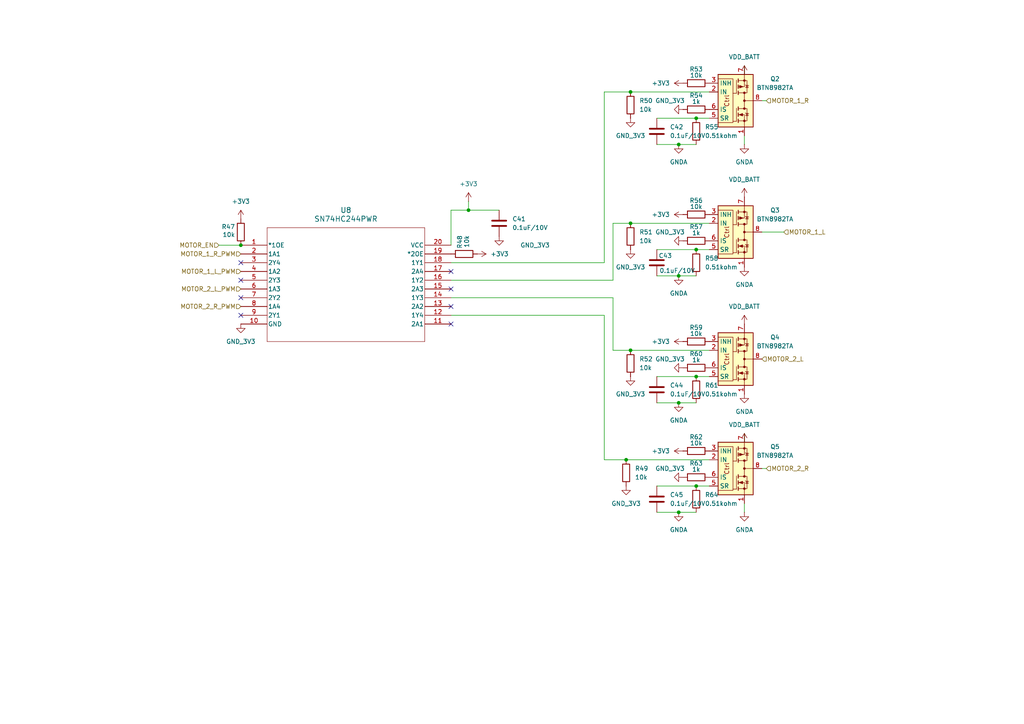
<source format=kicad_sch>
(kicad_sch (version 20231120) (generator "eeschema") (generator_version "8.0")
  (paper "A4")
  (lib_symbols
    (symbol "Device:C" (pin_numbers hide) (pin_names (offset 0.254))
      (property "Reference" "C" (at 0.635 2.54 0))
      (property "Value" "C" (at 0.635 -2.54 0))
      (symbol "C_0_1"
        (polyline (pts (xy -2.032 -0.762) (xy 2.032 -0.762)) (stroke (width 0.508)))
        (polyline (pts (xy -2.032 0.762) (xy 2.032 0.762)) (stroke (width 0.508)))
      )
      (symbol "C_1_1"
        (pin passive line (at 0 3.81 270) (length 2.794) (name "~") (number "1"))
        (pin passive line (at 0 -3.81 90) (length 2.794) (name "~") (number "2"))
      )
    )
    (symbol "Device:R" (pin_numbers hide) (pin_names (offset 0))
      (property "Reference" "R" (at 2.032 0 90))
      (property "Value" "R" (at 0 0 90))
      (symbol "R_0_1"
        (rectangle (start -1.016 -2.54) (end 1.016 2.54) (stroke (width 0.254)))
      )
      (symbol "R_1_1"
        (pin passive line (at 0 3.81 270) (length 1.27) (name "~") (number "1"))
        (pin passive line (at 0 -3.81 90) (length 1.27) (name "~") (number "2"))
      )
    )
    (symbol "Power_Management:BTN8982TA"
      (property "Reference" "Q" (at 6.35 5.715 0))
      (property "Value" "BTN8982TA" (at 6.35 3.81 0))
      (symbol "BTN8982TA_0_1"
        (rectangle (start -5.08 7.62) (end 5.08 -7.62) (stroke (width 0.254)) (fill (type background)))
        (polyline (pts (xy 0.254 -5.969) (xy -0.762 -5.969)))
        (polyline (pts (xy 0.254 2.159) (xy -0.762 2.159)))
        (polyline (pts (xy 2.54 0) (xy 5.08 0)))
        (polyline (pts (xy 2.54 2.286) (xy 2.54 -2.286)))
        (polyline (pts (xy 2.54 -5.842) (xy 2.54 -7.62) (xy 2.54 -6.858)))
        (polyline (pts (xy -5.08 6.35) (xy -0.762 6.35) (xy -0.762 -6.35) (xy -5.08 -6.35)))
      )
      (symbol "BTN8982TA_1_0"
        (text "Ctrl" (at -2.54 0 900) (effects (font (size 1.27 1.27))))
      )
      (symbol "BTN8982TA_1_1"
        (polyline (pts (xy 0.762 -5.842) (xy 2.54 -5.842)))
        (polyline (pts (xy 0.762 -5.334) (xy 0.762 -6.35)) (stroke (width 0.254)))
        (polyline (pts (xy 0.762 -4.064) (xy 2.54 -4.064)))
        (polyline (pts (xy 0.762 -3.556) (xy 0.762 -4.572)) (stroke (width 0.254)))
        (polyline (pts (xy 0.762 -2.286) (xy 2.54 -2.286)))
        (polyline (pts (xy 0.762 -1.778) (xy 0.762 -2.794)) (stroke (width 0.254)))
        (polyline (pts (xy 0.762 2.286) (xy 2.54 2.286)))
        (polyline (pts (xy 0.762 2.794) (xy 0.762 1.778)) (stroke (width 0.254)))
        (polyline (pts (xy 0.762 4.064) (xy 2.54 4.064)))
        (polyline (pts (xy 0.762 4.572) (xy 0.762 3.556)) (stroke (width 0.254)))
        (polyline (pts (xy 0.762 5.842) (xy 2.54 5.842)))
        (polyline (pts (xy 0.762 6.35) (xy 0.762 5.334)) (stroke (width 0.254)))
        (polyline (pts (xy 2.54 -5.842) (xy 2.54 -4.064)))
        (polyline (pts (xy 2.54 4.064) (xy 2.54 5.842)))
        (polyline (pts (xy 2.54 7.62) (xy 2.54 5.842)))
        (polyline (pts (xy 0.254 -2.159) (xy 0.254 -5.969) (xy 0.254 -5.969)))
        (polyline (pts (xy 0.254 5.969) (xy 0.254 2.159) (xy 0.254 2.159)))
        (polyline (pts (xy 1.016 -4.064) (xy 2.032 -3.683) (xy 2.032 -4.445) (xy 1.016 -4.064)) (fill (type outline)))
        (polyline (pts (xy 2.159 4.064) (xy 1.143 3.683) (xy 1.143 4.445) (xy 2.159 4.064)) (fill (type outline)))
        (polyline (pts (xy 2.54 -5.842) (xy 3.302 -5.842) (xy 3.302 -2.286) (xy 2.54 -2.286)))
        (polyline (pts (xy 2.54 2.286) (xy 3.302 2.286) (xy 3.302 5.842) (xy 2.54 5.842)))
        (polyline (pts (xy 2.794 -3.556) (xy 2.921 -3.683) (xy 3.683 -3.683) (xy 3.81 -3.81)))
        (polyline (pts (xy 2.794 4.572) (xy 2.921 4.445) (xy 3.683 4.445) (xy 3.81 4.318)))
        (polyline (pts (xy 3.302 -3.683) (xy 2.921 -4.318) (xy 3.683 -4.318) (xy 3.302 -3.683)))
        (polyline (pts (xy 3.302 4.445) (xy 2.921 3.81) (xy 3.683 3.81) (xy 3.302 4.445)))
        (circle (center 2.54 -5.842) (radius 0.2794) (fill (type outline)))
        (circle (center 2.54 -2.286) (radius 0.2794) (fill (type outline)))
        (circle (center 2.54 0) (radius 0.2794) (fill (type outline)))
        (circle (center 2.54 2.286) (radius 0.2794) (fill (type outline)))
        (circle (center 2.54 5.842) (radius 0.2794) (fill (type outline)))
        (pin power_in line (at 2.54 -10.16 90) (length 2.54) (name "~") (number "1"))
        (pin input line (at -7.62 2.54 0) (length 2.54) (name "IN") (number "2"))
        (pin input line (at -7.62 5.08 0) (length 2.54) (name "INH") (number "3"))
        (pin passive line (at 7.62 0 180) (length 2.54) hide (name "~") (number "4"))
        (pin input line (at -7.62 -5.08 0) (length 2.54) (name "SR") (number "5"))
        (pin output line (at -7.62 -2.54 0) (length 2.54) (name "IS") (number "6"))
        (pin power_in line (at 2.54 10.16 270) (length 2.54) (name "~") (number "7"))
        (pin passive line (at 7.62 0 180) (length 2.54) (name "~") (number "8"))
      )
    )
    (symbol "SN74HC244PWR:SN74HC244PWR" (pin_names (offset 0.254))
      (property "Reference" "U" (at 30.48 10.16 0))
      (property "Value" "SN74HC244PWR" (at 30.48 7.62 0))
      (symbol "SN74HC244PWR_0_1"
        (polyline (pts (xy 7.62 -27.94) (xy 53.34 -27.94)) (stroke (width 0.127)))
        (polyline (pts (xy 7.62 5.08) (xy 7.62 -27.94)) (stroke (width 0.127)))
        (polyline (pts (xy 53.34 -27.94) (xy 53.34 5.08)) (stroke (width 0.127)))
        (polyline (pts (xy 53.34 5.08) (xy 7.62 5.08)) (stroke (width 0.127)))
        (pin input line (at 0 0 0) (length 7.62) (name "*1OE") (number "1"))
        (pin power_in line (at 0 -22.86 0) (length 7.62) (name "GND") (number "10"))
        (pin input line (at 60.96 -22.86 180) (length 7.62) (name "2A1") (number "11"))
        (pin output line (at 60.96 -20.32 180) (length 7.62) (name "1Y4") (number "12"))
        (pin input line (at 60.96 -17.78 180) (length 7.62) (name "2A2") (number "13"))
        (pin output line (at 60.96 -15.24 180) (length 7.62) (name "1Y3") (number "14"))
        (pin input line (at 60.96 -12.7 180) (length 7.62) (name "2A3") (number "15"))
        (pin output line (at 60.96 -10.16 180) (length 7.62) (name "1Y2") (number "16"))
        (pin input line (at 60.96 -7.62 180) (length 7.62) (name "2A4") (number "17"))
        (pin output line (at 60.96 -5.08 180) (length 7.62) (name "1Y1") (number "18"))
        (pin input line (at 60.96 -2.54 180) (length 7.62) (name "*2OE") (number "19"))
        (pin input line (at 0 -2.54 0) (length 7.62) (name "1A1") (number "2"))
        (pin power_in line (at 60.96 0 180) (length 7.62) (name "VCC") (number "20"))
        (pin output line (at 0 -5.08 0) (length 7.62) (name "2Y4") (number "3"))
        (pin input line (at 0 -7.62 0) (length 7.62) (name "1A2") (number "4"))
        (pin output line (at 0 -10.16 0) (length 7.62) (name "2Y3") (number "5"))
        (pin input line (at 0 -12.7 0) (length 7.62) (name "1A3") (number "6"))
        (pin output line (at 0 -15.24 0) (length 7.62) (name "2Y2") (number "7"))
        (pin input line (at 0 -17.78 0) (length 7.62) (name "1A4") (number "8"))
        (pin output line (at 0 -20.32 0) (length 7.62) (name "2Y1") (number "9"))
      )
    )
    (symbol "power:+3V3" (power) (pin_numbers hide) (pin_names (offset 0) hide)
      (property "Value" "+3V3" (at 0 3.556 0))
      (symbol "+3V3_0_1"
        (polyline (pts (xy -0.762 1.27) (xy 0 2.54)))
        (polyline (pts (xy 0 0) (xy 0 2.54)))
        (polyline (pts (xy 0 2.54) (xy 0.762 1.27)))
      )
      (symbol "+3V3_1_1"
        (pin power_in line (at 0 0 90) (length 0) (name "~") (number "1"))
      )
    )
    (symbol "power:GND" (power) (pin_numbers hide) (pin_names (offset 0) hide)
      (property "Value" "GND" (at 0 -3.81 0))
      (symbol "GND_0_1"
        (polyline (pts (xy 0 0) (xy 0 -1.27) (xy 1.27 -1.27) (xy 0 -2.54) (xy -1.27 -1.27) (xy 0 -1.27)))
      )
      (symbol "GND_1_1"
        (pin power_in line (at 0 0 270) (length 0) (name "~") (number "1"))
      )
    )
    (symbol "power:GNDA" (power) (pin_numbers hide) (pin_names (offset 0) hide)
      (property "Value" "GNDA" (at 0 -3.81 0))
      (symbol "GNDA_0_1"
        (polyline (pts (xy 0 0) (xy 0 -1.27) (xy 1.27 -1.27) (xy 0 -2.54) (xy -1.27 -1.27) (xy 0 -1.27)))
      )
      (symbol "GNDA_1_1"
        (pin power_in line (at 0 0 270) (length 0) (name "~") (number "1"))
      )
    )
  )
  (junction (at 196.85 41.91))
  (junction (at 182.88 64.77))
  (junction (at 181.61 133.35))
  (junction (at 135.89 60.96))
  (junction (at 69.85 71.12))
  (junction (at 196.85 116.84))
  (junction (at 182.88 26.67))
  (junction (at 201.93 140.97))
  (junction (at 182.88 101.6))
  (junction (at 196.85 80.01))
  (junction (at 201.93 72.39))
  (junction (at 196.85 148.59))
  (junction (at 201.93 34.29))
  (junction (at 201.93 109.22))
  (no_connect (at 69.85 76.2))
  (no_connect (at 130.81 78.74))
  (no_connect (at 69.85 86.36))
  (no_connect (at 69.85 91.44))
  (no_connect (at 130.81 93.98))
  (no_connect (at 130.81 88.9))
  (no_connect (at 69.85 81.28))
  (no_connect (at 130.81 83.82))
  (wire (pts (xy 182.88 101.6) (xy 205.74 101.6)))
  (wire (pts (xy 215.9 125.73) (xy 215.9 128.27)))
  (wire (pts (xy 190.5 80.01) (xy 196.85 80.01)))
  (wire (pts (xy 222.25 135.89) (xy 220.98 135.89)))
  (wire (pts (xy 175.26 133.35) (xy 181.61 133.35)))
  (wire (pts (xy 181.61 133.35) (xy 205.74 133.35)))
  (wire (pts (xy 175.26 26.67) (xy 182.88 26.67)))
  (wire (pts (xy 190.5 116.84) (xy 196.85 116.84)))
  (wire (pts (xy 190.5 41.91) (xy 196.85 41.91)))
  (wire (pts (xy 196.85 116.84) (xy 201.93 116.84)))
  (wire (pts (xy 196.85 41.91) (xy 201.93 41.91)))
  (wire (pts (xy 130.81 76.2) (xy 175.26 76.2)))
  (wire (pts (xy 135.89 60.96) (xy 130.81 60.96)))
  (wire (pts (xy 215.9 39.37) (xy 215.9 41.91)))
  (wire (pts (xy 130.81 86.36) (xy 177.8 86.36)))
  (wire (pts (xy 175.26 91.44) (xy 175.26 133.35)))
  (wire (pts (xy 201.93 109.22) (xy 205.74 109.22)))
  (wire (pts (xy 196.85 148.59) (xy 201.93 148.59)))
  (wire (pts (xy 135.89 58.42) (xy 135.89 60.96)))
  (wire (pts (xy 177.8 86.36) (xy 177.8 101.6)))
  (wire (pts (xy 130.81 60.96) (xy 130.81 71.12)))
  (wire (pts (xy 215.9 19.05) (xy 215.9 21.59)))
  (wire (pts (xy 196.85 80.01) (xy 201.93 80.01)))
  (wire (pts (xy 190.5 34.29) (xy 201.93 34.29)))
  (wire (pts (xy 190.5 109.22) (xy 201.93 109.22)))
  (wire (pts (xy 175.26 76.2) (xy 175.26 26.67)))
  (wire (pts (xy 201.93 72.39) (xy 205.74 72.39)))
  (wire (pts (xy 182.88 26.67) (xy 205.74 26.67)))
  (wire (pts (xy 177.8 64.77) (xy 177.8 81.28)))
  (wire (pts (xy 201.93 34.29) (xy 205.74 34.29)))
  (wire (pts (xy 201.93 140.97) (xy 205.74 140.97)))
  (wire (pts (xy 177.8 64.77) (xy 182.88 64.77)))
  (wire (pts (xy 222.25 29.21) (xy 220.98 29.21)))
  (wire (pts (xy 130.81 81.28) (xy 177.8 81.28)))
  (wire (pts (xy 190.5 72.39) (xy 201.93 72.39)))
  (wire (pts (xy 227.33 67.31) (xy 220.98 67.31)))
  (wire (pts (xy 144.78 60.96) (xy 135.89 60.96)))
  (wire (pts (xy 190.5 140.97) (xy 201.93 140.97)))
  (wire (pts (xy 63.5 71.12) (xy 69.85 71.12)))
  (wire (pts (xy 190.5 148.59) (xy 196.85 148.59)))
  (wire (pts (xy 182.88 64.77) (xy 205.74 64.77)))
  (wire (pts (xy 215.9 146.05) (xy 215.9 148.59)))
  (wire (pts (xy 177.8 101.6) (xy 182.88 101.6)))
  (wire (pts (xy 130.81 91.44) (xy 175.26 91.44)))
  (hierarchical_label "MOTOR_2_R_PWM" (shape input) (at 69.85 88.9 180))
  (hierarchical_label "MOTOR_EN" (shape input) (at 63.5 71.12 180))
  (hierarchical_label "MOTOR_2_R" (shape input) (at 222.25 135.89 0))
  (hierarchical_label "MOTOR_1_R_PWM" (shape input) (at 69.85 73.66 180))
  (hierarchical_label "MOTOR_1_R" (shape input) (at 222.25 29.21 0))
  (hierarchical_label "MOTOR_2_L_PWM" (shape input) (at 69.85 83.82 180))
  (hierarchical_label "MOTOR_2_L" (shape input) (at 220.98 104.14 0))
  (hierarchical_label "MOTOR_1_L" (shape input) (at 227.33 67.31 0))
  (hierarchical_label "MOTOR_1_L_PWM" (shape input) (at 69.85 78.74 180))
  (symbol (lib_id "Device:R") (at 181.61 137.16 180) (unit 1)
    (property "Reference" "R49" (at 184.15 135.8899 0) (effects (justify right)))
    (property "Value" "10k" (at 184.15 138.4299 0) (effects (justify right)))
    (property "Footprint" "Resistor_SMD:R_0603_1608Metric" (effects (hide yes)))
    (property "Description" "Resistor" (effects (hide yes)))
    (property "MANUF_PN" "RC0603FR-0710KL" (effects (hide yes)))
  )
  (symbol (lib_id "power:+3V3") (at 198.12 130.81 90) (unit 1)
    (property "Reference" "#PWR0138" (effects (hide yes)))
    (property "Value" "+3V3" (at 194.31 130.8099 90) (effects (justify left)))
    (property "Description" "Power symbol creates a global label with name \"+3V3\"" (effects (hide yes)))
  )
  (symbol (lib_id "power:GND") (at 181.61 140.97 0) (unit 1)
    (property "Reference" "#PWR0124" (effects (hide yes)))
    (property "Value" "GND_3V3" (at 181.61 146.05 0))
    (property "Description" "Power symbol creates a global label with name \"GND\" , ground" (effects (hide yes)))
  )
  (symbol (lib_id "power:GND") (at 182.88 109.22 0) (unit 1)
    (property "Reference" "#PWR0127" (effects (hide yes)))
    (property "Value" "GND_3V3" (at 182.88 114.3 0))
    (property "Description" "Power symbol creates a global label with name \"GND\" , ground" (effects (hide yes)))
  )
  (symbol (lib_id "Device:R") (at 201.93 106.68 270) (unit 1)
    (property "Reference" "R60" (at 201.93 102.616 90))
    (property "Value" "1k" (at 201.93 104.394 90))
    (property "Footprint" "Resistor_SMD:R_0603_1608Metric" (effects (hide yes)))
    (property "Description" "Resistor" (effects (hide yes)))
    (property "MANUF_PN" "RMCF0603FT1K00" (effects (hide yes)))
  )
  (symbol (lib_id "power:GNDA") (at 215.9 114.3 0) (unit 1)
    (property "Reference" "#PWR0145" (effects (hide yes)))
    (property "Value" "GNDA" (at 215.9 119.38 0))
    (property "Description" "Power symbol creates a global label with name \"GNDA\" , analog ground" (effects (hide yes)))
  )
  (symbol (lib_id "Device:R") (at 69.85 67.31 180) (unit 1)
    (property "Reference" "R47" (at 64.262 65.786 0) (effects (justify right)))
    (property "Value" "10k" (at 64.516 68.072 0) (effects (justify right)))
    (property "Footprint" "Resistor_SMD:R_0603_1608Metric" (effects (hide yes)))
    (property "Description" "Resistor" (effects (hide yes)))
    (property "MANUF_PN" "RC0603FR-0710KL" (effects (hide yes)))
  )
  (symbol (lib_id "power:GNDA") (at 215.9 41.91 0) (unit 1)
    (property "Reference" "#PWR0141" (effects (hide yes)))
    (property "Value" "GNDA" (at 215.9 46.99 0))
    (property "Description" "Power symbol creates a global label with name \"GNDA\" , analog ground" (effects (hide yes)))
  )
  (symbol (lib_id "power:+3V3") (at 215.9 93.98 0) (unit 1)
    (property "Reference" "#PWR0144" (effects (hide yes)))
    (property "Value" "VDD_BATT" (at 215.9 88.9 0))
    (property "Description" "Power symbol creates a global label with name \"+3V3\"" (effects (hide yes)))
  )
  (symbol (lib_id "Device:C") (at 144.78 64.77 0) (unit 1)
    (property "Reference" "C41" (at 148.59 63.4999 0) (effects (justify left)))
    (property "Value" "0.1uF/10V" (at 148.59 66.0399 0) (effects (justify left)))
    (property "Footprint" "Capacitor_SMD:C_0603_1608Metric" (effects (hide yes)))
    (property "Description" "Unpolarized capacitor" (effects (hide yes)))
    (property "MANUF_PN" "C0603C104K5RAC7411" (effects (hide yes)))
  )
  (symbol (lib_id "Device:R") (at 201.93 144.78 0) (unit 1)
    (property "Reference" "R64" (at 204.47 143.5099 0) (effects (justify left)))
    (property "Value" "0.51kohm" (at 204.47 146.0499 0) (effects (justify left)))
    (property "Footprint" "Resistor_SMD:R_0603_1608Metric" (effects (hide yes)))
    (property "Description" "Resistor" (effects (hide yes)))
    (property "MANUF_PN" "RMCF0603FT510R" (effects (hide yes)))
  )
  (symbol (lib_id "Device:R") (at 182.88 105.41 180) (unit 1)
    (property "Reference" "R52" (at 185.42 104.1399 0) (effects (justify right)))
    (property "Value" "10k" (at 185.42 106.6799 0) (effects (justify right)))
    (property "Footprint" "Resistor_SMD:R_0603_1608Metric" (effects (hide yes)))
    (property "Description" "Resistor" (effects (hide yes)))
    (property "MANUF_PN" "RC0603FR-0710KL" (effects (hide yes)))
  )
  (symbol (lib_id "Device:C") (at 190.5 76.2 0) (unit 1)
    (property "Reference" "C43" (at 191.008 74.168 0) (effects (justify left)))
    (property "Value" "0.1uF/10V" (at 191.262 78.486 0) (effects (justify left)))
    (property "Footprint" "Capacitor_SMD:C_0603_1608Metric" (effects (hide yes)))
    (property "Description" "Unpolarized capacitor" (effects (hide yes)))
    (property "MANUF_PN" "C0603C104K5RAC7411" (effects (hide yes)))
  )
  (symbol (lib_id "Device:R") (at 201.93 76.2 0) (unit 1)
    (property "Reference" "R58" (at 204.47 74.9299 0) (effects (justify left)))
    (property "Value" "0.51kohm" (at 204.47 77.4699 0) (effects (justify left)))
    (property "Footprint" "Resistor_SMD:R_0603_1608Metric" (effects (hide yes)))
    (property "Description" "Resistor" (effects (hide yes)))
    (property "MANUF_PN" "RMCF0603FT510R" (effects (hide yes)))
  )
  (symbol (lib_id "power:+3V3") (at 135.89 58.42 0) (unit 1)
    (property "Reference" "#PWR0121" (effects (hide yes)))
    (property "Value" "+3V3" (at 135.89 53.34 0))
    (property "Description" "Power symbol creates a global label with name \"+3V3\"" (effects (hide yes)))
  )
  (symbol (lib_id "Power_Management:BTN8982TA") (at 213.36 29.21 0) (unit 1)
    (property "Reference" "Q2" (at 224.79 22.8914 0))
    (property "Value" "BTN8982TA" (at 224.79 25.4314 0))
    (property "Footprint" "Package_TO_SOT_SMD:TO-263-7_TabPin8" (effects (hide yes)))
    (property "Datasheet" "https://www.infineon.com/dgdl/Infineon-BTN8982TA-DS-v01_00-EN.pdf?fileId=db3a30433fa9412f013fbe32289b7c17" (effects (hide yes)))
    (property "Description" "High Current PN Half Bridge, TO-263-7" (effects (hide yes)))
    (property "MANUF_PN" "BTN8982TAAUMA1" (effects (hide yes)))
  )
  (symbol (lib_id "power:+3V3") (at 198.12 99.06 90) (unit 1)
    (property "Reference" "#PWR0136" (effects (hide yes)))
    (property "Value" "+3V3" (at 194.31 99.0599 90) (effects (justify left)))
    (property "Description" "Power symbol creates a global label with name \"+3V3\"" (effects (hide yes)))
  )
  (symbol (lib_id "power:GNDA") (at 215.9 77.47 0) (unit 1)
    (property "Reference" "#PWR0143" (effects (hide yes)))
    (property "Value" "GNDA" (at 215.9 82.55 0))
    (property "Description" "Power symbol creates a global label with name \"GNDA\" , analog ground" (effects (hide yes)))
  )
  (symbol (lib_id "Device:R") (at 201.93 138.43 270) (unit 1)
    (property "Reference" "R63" (at 201.93 134.366 90))
    (property "Value" "1k" (at 201.93 136.144 90))
    (property "Footprint" "Resistor_SMD:R_0603_1608Metric" (effects (hide yes)))
    (property "Description" "Resistor" (effects (hide yes)))
    (property "MANUF_PN" "RMCF0603FT1K00" (effects (hide yes)))
  )
  (symbol (lib_id "Device:R") (at 201.93 130.81 270) (unit 1)
    (property "Reference" "R62" (at 201.93 126.746 90))
    (property "Value" "10k" (at 201.93 128.524 90))
    (property "Footprint" "Resistor_SMD:R_0603_1608Metric" (effects (hide yes)))
    (property "Description" "Resistor" (effects (hide yes)))
    (property "MANUF_PN" "RC0603FR-0710KL" (effects (hide yes)))
  )
  (symbol (lib_id "power:GNDA") (at 196.85 116.84 0) (unit 1)
    (property "Reference" "#PWR0130" (effects (hide yes)))
    (property "Value" "GNDA" (at 196.85 121.92 0))
    (property "Description" "Power symbol creates a global label with name \"GNDA\" , analog ground" (effects (hide yes)))
  )
  (symbol (lib_id "power:+3V3") (at 138.43 73.66 270) (unit 1)
    (property "Reference" "#PWR0122" (effects (hide yes)))
    (property "Value" "+3V3" (at 142.24 73.6599 90) (effects (justify left)))
    (property "Description" "Power symbol creates a global label with name \"+3V3\"" (effects (hide yes)))
  )
  (symbol (lib_id "power:+3V3") (at 215.9 57.15 0) (unit 1)
    (property "Reference" "#PWR0142" (effects (hide yes)))
    (property "Value" "VDD_BATT" (at 215.9 52.07 0))
    (property "Description" "Power symbol creates a global label with name \"+3V3\"" (effects (hide yes)))
  )
  (symbol (lib_id "power:GNDA") (at 196.85 148.59 0) (unit 1)
    (property "Reference" "#PWR0131" (effects (hide yes)))
    (property "Value" "GNDA" (at 196.85 153.67 0))
    (property "Description" "Power symbol creates a global label with name \"GNDA\" , analog ground" (effects (hide yes)))
  )
  (symbol (lib_id "power:GNDA") (at 215.9 148.59 0) (unit 1)
    (property "Reference" "#PWR0147" (effects (hide yes)))
    (property "Value" "GNDA" (at 215.9 153.67 0))
    (property "Description" "Power symbol creates a global label with name \"GNDA\" , analog ground" (effects (hide yes)))
  )
  (symbol (lib_id "Power_Management:BTN8982TA") (at 213.36 104.14 0) (unit 1)
    (property "Reference" "Q4" (at 224.79 97.8214 0))
    (property "Value" "BTN8982TA" (at 224.79 100.3614 0))
    (property "Footprint" "Package_TO_SOT_SMD:TO-263-7_TabPin8" (effects (hide yes)))
    (property "Datasheet" "https://www.infineon.com/dgdl/Infineon-BTN8982TA-DS-v01_00-EN.pdf?fileId=db3a30433fa9412f013fbe32289b7c17" (effects (hide yes)))
    (property "Description" "High Current PN Half Bridge, TO-263-7" (effects (hide yes)))
    (property "MANUF_PN" "BTN8982TAAUMA1" (effects (hide yes)))
  )
  (symbol (lib_id "power:GND") (at 144.78 68.58 0) (unit 1)
    (property "Reference" "#PWR0123" (effects (hide yes)))
    (property "Value" "GND_3V3" (at 155.194 71.12 0))
    (property "Description" "Power symbol creates a global label with name \"GND\" , ground" (effects (hide yes)))
  )
  (symbol (lib_id "Power_Management:BTN8982TA") (at 213.36 67.31 0) (unit 1)
    (property "Reference" "Q3" (at 224.79 60.9914 0))
    (property "Value" "BTN8982TA" (at 224.79 63.5314 0))
    (property "Footprint" "Package_TO_SOT_SMD:TO-263-7_TabPin8" (effects (hide yes)))
    (property "Datasheet" "https://www.infineon.com/dgdl/Infineon-BTN8982TA-DS-v01_00-EN.pdf?fileId=db3a30433fa9412f013fbe32289b7c17" (effects (hide yes)))
    (property "Description" "High Current PN Half Bridge, TO-263-7" (effects (hide yes)))
    (property "MANUF_PN" "BTN8982TAAUMA1" (effects (hide yes)))
  )
  (symbol (lib_id "power:+3V3") (at 198.12 24.13 90) (unit 1)
    (property "Reference" "#PWR0132" (effects (hide yes)))
    (property "Value" "+3V3" (at 194.31 24.1299 90) (effects (justify left)))
    (property "Description" "Power symbol creates a global label with name \"+3V3\"" (effects (hide yes)))
  )
  (symbol (lib_id "Device:R") (at 201.93 69.85 270) (unit 1)
    (property "Reference" "R57" (at 201.93 65.786 90))
    (property "Value" "1k" (at 201.93 67.564 90))
    (property "Footprint" "Resistor_SMD:R_0603_1608Metric" (effects (hide yes)))
    (property "Description" "Resistor" (effects (hide yes)))
    (property "MANUF_PN" "RMCF0603FT1K00" (effects (hide yes)))
  )
  (symbol (lib_id "power:GNDA") (at 196.85 41.91 0) (unit 1)
    (property "Reference" "#PWR0128" (effects (hide yes)))
    (property "Value" "GNDA" (at 196.85 46.99 0))
    (property "Description" "Power symbol creates a global label with name \"GNDA\" , analog ground" (effects (hide yes)))
  )
  (symbol (lib_id "Power_Management:BTN8982TA") (at 213.36 135.89 0) (unit 1)
    (property "Reference" "Q5" (at 224.79 129.5714 0))
    (property "Value" "BTN8982TA" (at 224.79 132.1114 0))
    (property "Footprint" "Package_TO_SOT_SMD:TO-263-7_TabPin8" (effects (hide yes)))
    (property "Datasheet" "https://www.infineon.com/dgdl/Infineon-BTN8982TA-DS-v01_00-EN.pdf?fileId=db3a30433fa9412f013fbe32289b7c17" (effects (hide yes)))
    (property "Description" "High Current PN Half Bridge, TO-263-7" (effects (hide yes)))
    (property "MANUF_PN" "BTN8982TAAUMA1" (effects (hide yes)))
  )
  (symbol (lib_id "power:GND") (at 182.88 72.39 0) (unit 1)
    (property "Reference" "#PWR0126" (effects (hide yes)))
    (property "Value" "GND_3V3" (at 182.88 77.47 0))
    (property "Description" "Power symbol creates a global label with name \"GND\" , ground" (effects (hide yes)))
  )
  (symbol (lib_id "Device:R") (at 201.93 38.1 0) (unit 1)
    (property "Reference" "R55" (at 204.47 36.8299 0) (effects (justify left)))
    (property "Value" "0.51kohm" (at 204.47 39.3699 0) (effects (justify left)))
    (property "Footprint" "Resistor_SMD:R_0603_1608Metric" (effects (hide yes)))
    (property "Description" "Resistor" (effects (hide yes)))
    (property "MANUF_PN" "RMCF0603FT510R" (effects (hide yes)))
  )
  (symbol (lib_id "power:GND") (at 198.12 69.85 270) (unit 1)
    (property "Reference" "#PWR0135" (effects (hide yes)))
    (property "Value" "GND_3V3" (at 198.628 67.31 90) (effects (justify right)))
    (property "Description" "Power symbol creates a global label with name \"GND\" , ground" (effects (hide yes)))
  )
  (symbol (lib_id "power:+3V3") (at 69.85 63.5 0) (unit 1)
    (property "Reference" "#PWR0119" (effects (hide yes)))
    (property "Value" "+3V3" (at 69.85 58.42 0))
    (property "Description" "Power symbol creates a global label with name \"+3V3\"" (effects (hide yes)))
  )
  (symbol (lib_id "power:GND") (at 69.85 93.98 0) (unit 1)
    (property "Reference" "#PWR0120" (effects (hide yes)))
    (property "Value" "GND_3V3" (at 69.85 99.06 0))
    (property "Description" "Power symbol creates a global label with name \"GND\" , ground" (effects (hide yes)))
  )
  (symbol (lib_id "Device:R") (at 201.93 24.13 270) (unit 1)
    (property "Reference" "R53" (at 201.93 20.066 90))
    (property "Value" "10k" (at 201.93 21.844 90))
    (property "Footprint" "Resistor_SMD:R_0603_1608Metric" (effects (hide yes)))
    (property "Description" "Resistor" (effects (hide yes)))
    (property "MANUF_PN" "RC0603FR-0710KL" (effects (hide yes)))
  )
  (symbol (lib_id "Device:R") (at 182.88 30.48 180) (unit 1)
    (property "Reference" "R50" (at 185.42 29.2099 0) (effects (justify right)))
    (property "Value" "10k" (at 185.42 31.7499 0) (effects (justify right)))
    (property "Footprint" "Resistor_SMD:R_0603_1608Metric" (effects (hide yes)))
    (property "Description" "Resistor" (effects (hide yes)))
    (property "MANUF_PN" "RC0603FR-0710KL" (effects (hide yes)))
  )
  (symbol (lib_id "SN74HC244PWR:SN74HC244PWR") (at 69.85 71.12 0) (unit 1)
    (property "Reference" "U8" (at 100.33 60.96 0) (effects (font (size 1.524 1.524))))
    (property "Value" "SN74HC244PWR" (at 100.33 63.5 0) (effects (font (size 1.524 1.524))))
    (property "Footprint" "footprints:PW20" (effects (hide yes)))
    (property "Datasheet" "https://www.digikey.ca/en/products/detail/texas-instruments/SN74HC244PWR/377021" (effects (hide yes)))
    (property "MANUF_PN" "SN74HC244PWR" (effects (hide yes)))
  )
  (symbol (lib_id "power:GND") (at 198.12 138.43 270) (unit 1)
    (property "Reference" "#PWR0139" (effects (hide yes)))
    (property "Value" "GND_3V3" (at 198.628 135.89 90) (effects (justify right)))
    (property "Description" "Power symbol creates a global label with name \"GND\" , ground" (effects (hide yes)))
  )
  (symbol (lib_id "power:+3V3") (at 215.9 128.27 0) (unit 1)
    (property "Reference" "#PWR0146" (effects (hide yes)))
    (property "Value" "VDD_BATT" (at 215.9 123.19 0))
    (property "Description" "Power symbol creates a global label with name \"+3V3\"" (effects (hide yes)))
  )
  (symbol (lib_id "power:GNDA") (at 196.85 80.01 0) (unit 1)
    (property "Reference" "#PWR0129" (effects (hide yes)))
    (property "Value" "GNDA" (at 196.85 85.09 0))
    (property "Description" "Power symbol creates a global label with name \"GNDA\" , analog ground" (effects (hide yes)))
  )
  (symbol (lib_id "Device:R") (at 201.93 113.03 0) (unit 1)
    (property "Reference" "R61" (at 204.47 111.7599 0) (effects (justify left)))
    (property "Value" "0.51kohm" (at 204.47 114.2999 0) (effects (justify left)))
    (property "Footprint" "Resistor_SMD:R_0603_1608Metric" (effects (hide yes)))
    (property "Description" "Resistor" (effects (hide yes)))
    (property "MANUF_PN" "RMCF0603FT510R" (effects (hide yes)))
  )
  (symbol (lib_id "Device:C") (at 190.5 113.03 0) (unit 1)
    (property "Reference" "C44" (at 194.31 111.7599 0) (effects (justify left)))
    (property "Value" "0.1uF/10V" (at 194.31 114.2999 0) (effects (justify left)))
    (property "Footprint" "Capacitor_SMD:C_0603_1608Metric" (effects (hide yes)))
    (property "Description" "Unpolarized capacitor" (effects (hide yes)))
    (property "MANUF_PN" "C0603C104K5RAC7411" (effects (hide yes)))
  )
  (symbol (lib_id "power:GND") (at 182.88 34.29 0) (unit 1)
    (property "Reference" "#PWR0125" (effects (hide yes)))
    (property "Value" "GND_3V3" (at 182.88 39.37 0))
    (property "Description" "Power symbol creates a global label with name \"GND\" , ground" (effects (hide yes)))
  )
  (symbol (lib_id "power:+3V3") (at 198.12 62.23 90) (unit 1)
    (property "Reference" "#PWR0134" (effects (hide yes)))
    (property "Value" "+3V3" (at 194.31 62.2299 90) (effects (justify left)))
    (property "Description" "Power symbol creates a global label with name \"+3V3\"" (effects (hide yes)))
  )
  (symbol (lib_id "Device:R") (at 134.62 73.66 270) (unit 1)
    (property "Reference" "R48" (at 133.35 72.136 0) (effects (justify right)))
    (property "Value" "10k" (at 135.382 71.882 0) (effects (justify right)))
    (property "Footprint" "Resistor_SMD:R_0603_1608Metric" (effects (hide yes)))
    (property "Description" "Resistor" (effects (hide yes)))
    (property "MANUF_PN" "RC0603FR-0710KL" (effects (hide yes)))
  )
  (symbol (lib_id "Device:C") (at 190.5 38.1 0) (unit 1)
    (property "Reference" "C42" (at 194.31 36.8299 0) (effects (justify left)))
    (property "Value" "0.1uF/10V" (at 194.31 39.3699 0) (effects (justify left)))
    (property "Footprint" "Capacitor_SMD:C_0603_1608Metric" (effects (hide yes)))
    (property "Description" "Unpolarized capacitor" (effects (hide yes)))
    (property "MANUF_PN" "C0603C104K5RAC7411" (effects (hide yes)))
  )
  (symbol (lib_id "Device:R") (at 201.93 62.23 270) (unit 1)
    (property "Reference" "R56" (at 201.93 58.166 90))
    (property "Value" "10k" (at 201.93 59.944 90))
    (property "Footprint" "Resistor_SMD:R_0603_1608Metric" (effects (hide yes)))
    (property "Description" "Resistor" (effects (hide yes)))
    (property "MANUF_PN" "RC0603FR-0710KL" (effects (hide yes)))
  )
  (symbol (lib_id "Device:C") (at 190.5 144.78 0) (unit 1)
    (property "Reference" "C45" (at 194.31 143.5099 0) (effects (justify left)))
    (property "Value" "0.1uF/10V" (at 194.31 146.0499 0) (effects (justify left)))
    (property "Footprint" "Capacitor_SMD:C_0603_1608Metric" (effects (hide yes)))
    (property "Description" "Unpolarized capacitor" (effects (hide yes)))
    (property "MANUF_PN" "C0603C104K5RAC7411" (effects (hide yes)))
  )
  (symbol (lib_id "Device:R") (at 201.93 99.06 270) (unit 1)
    (property "Reference" "R59" (at 201.93 94.996 90))
    (property "Value" "10k" (at 201.93 96.774 90))
    (property "Footprint" "Resistor_SMD:R_0603_1608Metric" (effects (hide yes)))
    (property "Description" "Resistor" (effects (hide yes)))
    (property "MANUF_PN" "RC0603FR-0710KL" (effects (hide yes)))
  )
  (symbol (lib_id "power:GND") (at 198.12 106.68 270) (unit 1)
    (property "Reference" "#PWR0137" (effects (hide yes)))
    (property "Value" "GND_3V3" (at 198.628 104.14 90) (effects (justify right)))
    (property "Description" "Power symbol creates a global label with name \"GND\" , ground" (effects (hide yes)))
  )
  (symbol (lib_id "power:GND") (at 198.12 31.75 270) (unit 1)
    (property "Reference" "#PWR0133" (effects (hide yes)))
    (property "Value" "GND_3V3" (at 198.628 29.21 90) (effects (justify right)))
    (property "Description" "Power symbol creates a global label with name \"GND\" , ground" (effects (hide yes)))
  )
  (symbol (lib_id "power:+3V3") (at 215.9 21.59 0) (unit 1)
    (property "Reference" "#PWR0140" (effects (hide yes)))
    (property "Value" "VDD_BATT" (at 215.9 16.51 0))
    (property "Description" "Power symbol creates a global label with name \"+3V3\"" (effects (hide yes)))
  )
  (symbol (lib_id "Device:R") (at 182.88 68.58 180) (unit 1)
    (property "Reference" "R51" (at 185.42 67.3099 0) (effects (justify right)))
    (property "Value" "10k" (at 185.42 69.8499 0) (effects (justify right)))
    (property "Footprint" "Resistor_SMD:R_0603_1608Metric" (effects (hide yes)))
    (property "Description" "Resistor" (effects (hide yes)))
    (property "MANUF_PN" "RC0603FR-0710KL" (effects (hide yes)))
  )
  (symbol (lib_id "Device:R") (at 201.93 31.75 270) (unit 1)
    (property "Reference" "R54" (at 201.93 27.686 90))
    (property "Value" "1k" (at 201.93 29.464 90))
    (property "Footprint" "Resistor_SMD:R_0603_1608Metric" (effects (hide yes)))
    (property "Description" "Resistor" (effects (hide yes)))
    (property "MANUF_PN" "RMCF0603FT1K00" (effects (hide yes)))
  )
)
</source>
